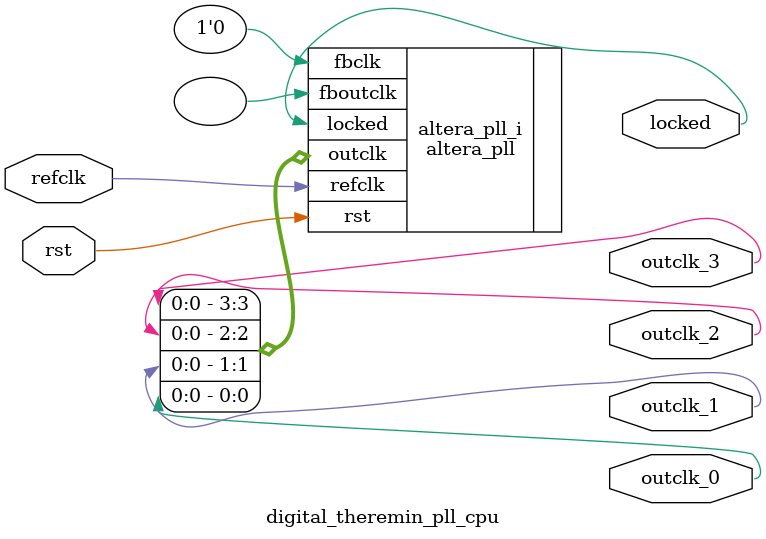
<source format=v>
`timescale 1ns/10ps
module  digital_theremin_pll_cpu(

	// interface 'refclk'
	input wire refclk,

	// interface 'reset'
	input wire rst,

	// interface 'outclk0'
	output wire outclk_0,

	// interface 'outclk1'
	output wire outclk_1,

	// interface 'outclk2'
	output wire outclk_2,

	// interface 'outclk3'
	output wire outclk_3,

	// interface 'locked'
	output wire locked
);

	altera_pll #(
		.fractional_vco_multiplier("false"),
		.reference_clock_frequency("50.0 MHz"),
		.operation_mode("direct"),
		.number_of_clocks(4),
		.output_clock_frequency0("50.000000 MHz"),
		.phase_shift0("0 ps"),
		.duty_cycle0(50),
		.output_clock_frequency1("15.000000 MHz"),
		.phase_shift1("0 ps"),
		.duty_cycle1(50),
		.output_clock_frequency2("50.000000 MHz"),
		.phase_shift2("-3333 ps"),
		.duty_cycle2(50),
		.output_clock_frequency3("25.000000 MHz"),
		.phase_shift3("0 ps"),
		.duty_cycle3(50),
		.output_clock_frequency4("0 MHz"),
		.phase_shift4("0 ps"),
		.duty_cycle4(50),
		.output_clock_frequency5("0 MHz"),
		.phase_shift5("0 ps"),
		.duty_cycle5(50),
		.output_clock_frequency6("0 MHz"),
		.phase_shift6("0 ps"),
		.duty_cycle6(50),
		.output_clock_frequency7("0 MHz"),
		.phase_shift7("0 ps"),
		.duty_cycle7(50),
		.output_clock_frequency8("0 MHz"),
		.phase_shift8("0 ps"),
		.duty_cycle8(50),
		.output_clock_frequency9("0 MHz"),
		.phase_shift9("0 ps"),
		.duty_cycle9(50),
		.output_clock_frequency10("0 MHz"),
		.phase_shift10("0 ps"),
		.duty_cycle10(50),
		.output_clock_frequency11("0 MHz"),
		.phase_shift11("0 ps"),
		.duty_cycle11(50),
		.output_clock_frequency12("0 MHz"),
		.phase_shift12("0 ps"),
		.duty_cycle12(50),
		.output_clock_frequency13("0 MHz"),
		.phase_shift13("0 ps"),
		.duty_cycle13(50),
		.output_clock_frequency14("0 MHz"),
		.phase_shift14("0 ps"),
		.duty_cycle14(50),
		.output_clock_frequency15("0 MHz"),
		.phase_shift15("0 ps"),
		.duty_cycle15(50),
		.output_clock_frequency16("0 MHz"),
		.phase_shift16("0 ps"),
		.duty_cycle16(50),
		.output_clock_frequency17("0 MHz"),
		.phase_shift17("0 ps"),
		.duty_cycle17(50),
		.pll_type("General"),
		.pll_subtype("General")
	) altera_pll_i (
		.rst	(rst),
		.outclk	({outclk_3, outclk_2, outclk_1, outclk_0}),
		.locked	(locked),
		.fboutclk	( ),
		.fbclk	(1'b0),
		.refclk	(refclk)
	);
endmodule


</source>
